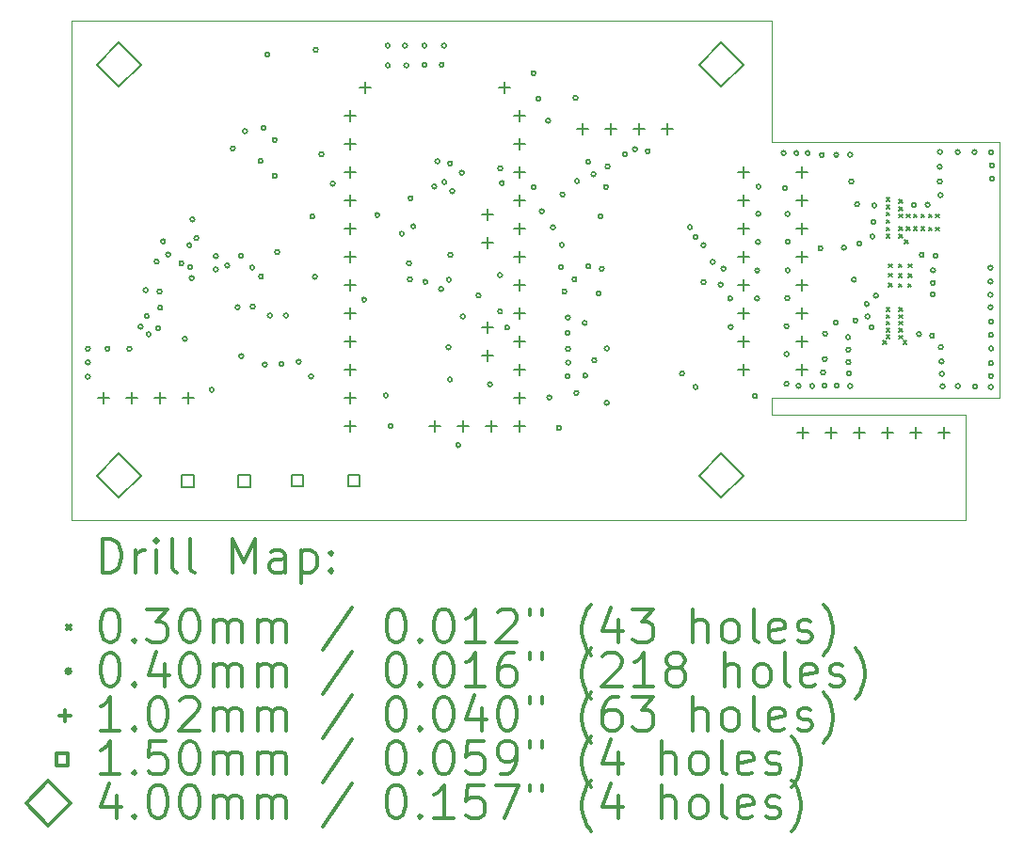
<source format=gbr>
%FSLAX45Y45*%
G04 Gerber Fmt 4.5, Leading zero omitted, Abs format (unit mm)*
G04 Created by KiCad (PCBNEW (5.1.9-0-10_14)) date 2021-06-13 08:52:33*
%MOMM*%
%LPD*%
G01*
G04 APERTURE LIST*
%TA.AperFunction,Profile*%
%ADD10C,0.100000*%
%TD*%
%ADD11C,0.200000*%
%ADD12C,0.300000*%
G04 APERTURE END LIST*
D10*
X16950000Y-12150000D02*
X15200000Y-12150000D01*
X16950000Y-13100000D02*
X16950000Y-12150000D01*
X17250000Y-9700000D02*
X17250000Y-12000000D01*
X15200000Y-12000000D02*
X17250000Y-12000000D01*
X15200000Y-9700000D02*
X17250000Y-9700000D01*
X15200000Y-9700000D02*
X15200000Y-8600000D01*
X15200000Y-12150000D02*
X15200000Y-12000000D01*
X15200000Y-8600000D02*
X8900000Y-8600000D01*
X8900000Y-13100000D02*
X16950000Y-13100000D01*
X8900000Y-8600000D02*
X8900000Y-13100000D01*
D11*
X16202000Y-11485000D02*
X16232000Y-11515000D01*
X16232000Y-11485000D02*
X16202000Y-11515000D01*
X16235000Y-10198000D02*
X16265000Y-10228000D01*
X16265000Y-10198000D02*
X16235000Y-10228000D01*
X16235000Y-10264000D02*
X16265000Y-10294000D01*
X16265000Y-10264000D02*
X16235000Y-10294000D01*
X16235000Y-10330000D02*
X16265000Y-10360000D01*
X16265000Y-10330000D02*
X16235000Y-10360000D01*
X16235000Y-10397000D02*
X16265000Y-10427000D01*
X16265000Y-10397000D02*
X16235000Y-10427000D01*
X16235000Y-10463000D02*
X16265000Y-10493000D01*
X16265000Y-10463000D02*
X16235000Y-10493000D01*
X16235000Y-10529000D02*
X16265000Y-10559000D01*
X16265000Y-10529000D02*
X16235000Y-10559000D01*
X16235000Y-11188000D02*
X16265000Y-11218000D01*
X16265000Y-11188000D02*
X16235000Y-11218000D01*
X16235000Y-11250000D02*
X16265000Y-11280000D01*
X16265000Y-11250000D02*
X16235000Y-11280000D01*
X16235000Y-11312000D02*
X16265000Y-11342000D01*
X16265000Y-11312000D02*
X16235000Y-11342000D01*
X16235000Y-11374000D02*
X16265000Y-11404000D01*
X16265000Y-11374000D02*
X16235000Y-11404000D01*
X16235000Y-11436000D02*
X16265000Y-11466000D01*
X16265000Y-11436000D02*
X16235000Y-11466000D01*
X16253000Y-10794000D02*
X16283000Y-10824000D01*
X16283000Y-10794000D02*
X16253000Y-10824000D01*
X16253000Y-10970000D02*
X16283000Y-11000000D01*
X16283000Y-10970000D02*
X16253000Y-11000000D01*
X16255000Y-10881000D02*
X16285000Y-10911000D01*
X16285000Y-10881000D02*
X16255000Y-10911000D01*
X16343000Y-10793000D02*
X16373000Y-10823000D01*
X16373000Y-10793000D02*
X16343000Y-10823000D01*
X16343000Y-10882000D02*
X16373000Y-10912000D01*
X16373000Y-10882000D02*
X16343000Y-10912000D01*
X16344000Y-10971000D02*
X16374000Y-11001000D01*
X16374000Y-10971000D02*
X16344000Y-11001000D01*
X16349000Y-10214000D02*
X16379000Y-10244000D01*
X16379000Y-10214000D02*
X16349000Y-10244000D01*
X16349000Y-10281000D02*
X16379000Y-10311000D01*
X16379000Y-10281000D02*
X16349000Y-10311000D01*
X16349000Y-10347000D02*
X16379000Y-10377000D01*
X16379000Y-10347000D02*
X16349000Y-10377000D01*
X16349000Y-10462000D02*
X16379000Y-10492000D01*
X16379000Y-10462000D02*
X16349000Y-10492000D01*
X16349000Y-11188000D02*
X16379000Y-11218000D01*
X16379000Y-11188000D02*
X16349000Y-11218000D01*
X16349000Y-11250000D02*
X16379000Y-11280000D01*
X16379000Y-11250000D02*
X16349000Y-11280000D01*
X16349000Y-11312000D02*
X16379000Y-11342000D01*
X16379000Y-11312000D02*
X16349000Y-11342000D01*
X16349000Y-11374000D02*
X16379000Y-11404000D01*
X16379000Y-11374000D02*
X16349000Y-11404000D01*
X16350000Y-10528000D02*
X16380000Y-10558000D01*
X16380000Y-10528000D02*
X16350000Y-10558000D01*
X16350000Y-11437000D02*
X16380000Y-11467000D01*
X16380000Y-11437000D02*
X16350000Y-11467000D01*
X16386000Y-11485000D02*
X16416000Y-11515000D01*
X16416000Y-11485000D02*
X16386000Y-11515000D01*
X16397000Y-10577000D02*
X16427000Y-10607000D01*
X16427000Y-10577000D02*
X16397000Y-10607000D01*
X16415000Y-10347000D02*
X16445000Y-10377000D01*
X16445000Y-10347000D02*
X16415000Y-10377000D01*
X16415000Y-10462000D02*
X16445000Y-10492000D01*
X16445000Y-10462000D02*
X16415000Y-10492000D01*
X16430000Y-10971000D02*
X16460000Y-11001000D01*
X16460000Y-10971000D02*
X16430000Y-11001000D01*
X16431000Y-10883000D02*
X16461000Y-10913000D01*
X16461000Y-10883000D02*
X16431000Y-10913000D01*
X16432000Y-10793000D02*
X16462000Y-10823000D01*
X16462000Y-10793000D02*
X16432000Y-10823000D01*
X16481000Y-10347000D02*
X16511000Y-10377000D01*
X16511000Y-10347000D02*
X16481000Y-10377000D01*
X16481000Y-10462000D02*
X16511000Y-10492000D01*
X16511000Y-10462000D02*
X16481000Y-10492000D01*
X16547000Y-10347000D02*
X16577000Y-10377000D01*
X16577000Y-10347000D02*
X16547000Y-10377000D01*
X16547000Y-10462000D02*
X16577000Y-10492000D01*
X16577000Y-10462000D02*
X16547000Y-10492000D01*
X16613000Y-10347000D02*
X16643000Y-10377000D01*
X16643000Y-10347000D02*
X16613000Y-10377000D01*
X16613000Y-10463000D02*
X16643000Y-10493000D01*
X16643000Y-10463000D02*
X16613000Y-10493000D01*
X16679000Y-10347000D02*
X16709000Y-10377000D01*
X16709000Y-10347000D02*
X16679000Y-10377000D01*
X16679000Y-10463000D02*
X16709000Y-10493000D01*
X16709000Y-10463000D02*
X16679000Y-10493000D01*
X9071000Y-11557700D02*
G75*
G03*
X9071000Y-11557700I-20000J0D01*
G01*
X9071000Y-11681000D02*
G75*
G03*
X9071000Y-11681000I-20000J0D01*
G01*
X9071000Y-11809000D02*
G75*
G03*
X9071000Y-11809000I-20000J0D01*
G01*
X9248000Y-11557700D02*
G75*
G03*
X9248000Y-11557700I-20000J0D01*
G01*
X9444000Y-11557700D02*
G75*
G03*
X9444000Y-11557700I-20000J0D01*
G01*
X9544673Y-11357943D02*
G75*
G03*
X9544673Y-11357943I-20000J0D01*
G01*
X9590299Y-11029808D02*
G75*
G03*
X9590299Y-11029808I-20000J0D01*
G01*
X9600000Y-11264000D02*
G75*
G03*
X9600000Y-11264000I-20000J0D01*
G01*
X9617000Y-11427000D02*
G75*
G03*
X9617000Y-11427000I-20000J0D01*
G01*
X9689000Y-10773000D02*
G75*
G03*
X9689000Y-10773000I-20000J0D01*
G01*
X9703000Y-11374000D02*
G75*
G03*
X9703000Y-11374000I-20000J0D01*
G01*
X9715000Y-11043001D02*
G75*
G03*
X9715000Y-11043001I-20000J0D01*
G01*
X9721798Y-11188002D02*
G75*
G03*
X9721798Y-11188002I-20000J0D01*
G01*
X9747000Y-10591000D02*
G75*
G03*
X9747000Y-10591000I-20000J0D01*
G01*
X9793000Y-10709000D02*
G75*
G03*
X9793000Y-10709000I-20000J0D01*
G01*
X9912093Y-10788137D02*
G75*
G03*
X9912093Y-10788137I-20000J0D01*
G01*
X9944000Y-11469000D02*
G75*
G03*
X9944000Y-11469000I-20000J0D01*
G01*
X9983386Y-10625146D02*
G75*
G03*
X9983386Y-10625146I-20000J0D01*
G01*
X9992000Y-10822000D02*
G75*
G03*
X9992000Y-10822000I-20000J0D01*
G01*
X10006002Y-10921015D02*
G75*
G03*
X10006002Y-10921015I-20000J0D01*
G01*
X10011234Y-10392234D02*
G75*
G03*
X10011234Y-10392234I-20000J0D01*
G01*
X10047609Y-10560923D02*
G75*
G03*
X10047609Y-10560923I-20000J0D01*
G01*
X10185000Y-11927000D02*
G75*
G03*
X10185000Y-11927000I-20000J0D01*
G01*
X10222000Y-10724000D02*
G75*
G03*
X10222000Y-10724000I-20000J0D01*
G01*
X10222000Y-10844000D02*
G75*
G03*
X10222000Y-10844000I-20000J0D01*
G01*
X10324735Y-10808265D02*
G75*
G03*
X10324735Y-10808265I-20000J0D01*
G01*
X10374935Y-9754019D02*
G75*
G03*
X10374935Y-9754019I-20000J0D01*
G01*
X10418000Y-11183000D02*
G75*
G03*
X10418000Y-11183000I-20000J0D01*
G01*
X10447735Y-10722735D02*
G75*
G03*
X10447735Y-10722735I-20000J0D01*
G01*
X10451000Y-11624000D02*
G75*
G03*
X10451000Y-11624000I-20000J0D01*
G01*
X10484000Y-9599000D02*
G75*
G03*
X10484000Y-9599000I-20000J0D01*
G01*
X10548765Y-10827235D02*
G75*
G03*
X10548765Y-10827235I-20000J0D01*
G01*
X10555000Y-11178000D02*
G75*
G03*
X10555000Y-11178000I-20000J0D01*
G01*
X10624000Y-9867000D02*
G75*
G03*
X10624000Y-9867000I-20000J0D01*
G01*
X10628265Y-10906735D02*
G75*
G03*
X10628265Y-10906735I-20000J0D01*
G01*
X10651000Y-9569000D02*
G75*
G03*
X10651000Y-9569000I-20000J0D01*
G01*
X10662000Y-11700000D02*
G75*
G03*
X10662000Y-11700000I-20000J0D01*
G01*
X10684000Y-8908000D02*
G75*
G03*
X10684000Y-8908000I-20000J0D01*
G01*
X10708000Y-11258500D02*
G75*
G03*
X10708000Y-11258500I-20000J0D01*
G01*
X10751000Y-9679000D02*
G75*
G03*
X10751000Y-9679000I-20000J0D01*
G01*
X10751000Y-10001000D02*
G75*
G03*
X10751000Y-10001000I-20000J0D01*
G01*
X10774500Y-10686000D02*
G75*
G03*
X10774500Y-10686000I-20000J0D01*
G01*
X10813000Y-11693000D02*
G75*
G03*
X10813000Y-11693000I-20000J0D01*
G01*
X10853000Y-11258500D02*
G75*
G03*
X10853000Y-11258500I-20000J0D01*
G01*
X10967000Y-11675000D02*
G75*
G03*
X10967000Y-11675000I-20000J0D01*
G01*
X11079000Y-11806000D02*
G75*
G03*
X11079000Y-11806000I-20000J0D01*
G01*
X11089779Y-10366331D02*
G75*
G03*
X11089779Y-10366331I-20000J0D01*
G01*
X11114000Y-10909000D02*
G75*
G03*
X11114000Y-10909000I-20000J0D01*
G01*
X11120000Y-8866000D02*
G75*
G03*
X11120000Y-8866000I-20000J0D01*
G01*
X11171000Y-9806000D02*
G75*
G03*
X11171000Y-9806000I-20000J0D01*
G01*
X11274000Y-10071000D02*
G75*
G03*
X11274000Y-10071000I-20000J0D01*
G01*
X11556000Y-11116000D02*
G75*
G03*
X11556000Y-11116000I-20000J0D01*
G01*
X11675000Y-10354000D02*
G75*
G03*
X11675000Y-10354000I-20000J0D01*
G01*
X11751000Y-11978000D02*
G75*
G03*
X11751000Y-11978000I-20000J0D01*
G01*
X11768000Y-8828500D02*
G75*
G03*
X11768000Y-8828500I-20000J0D01*
G01*
X11770000Y-9006500D02*
G75*
G03*
X11770000Y-9006500I-20000J0D01*
G01*
X11795000Y-12255000D02*
G75*
G03*
X11795000Y-12255000I-20000J0D01*
G01*
X11895000Y-10523000D02*
G75*
G03*
X11895000Y-10523000I-20000J0D01*
G01*
X11923000Y-8828500D02*
G75*
G03*
X11923000Y-8828500I-20000J0D01*
G01*
X11935000Y-9006500D02*
G75*
G03*
X11935000Y-9006500I-20000J0D01*
G01*
X11960000Y-10787500D02*
G75*
G03*
X11960000Y-10787500I-20000J0D01*
G01*
X11967000Y-10932500D02*
G75*
G03*
X11967000Y-10932500I-20000J0D01*
G01*
X11974000Y-10204000D02*
G75*
G03*
X11974000Y-10204000I-20000J0D01*
G01*
X11999000Y-10455000D02*
G75*
G03*
X11999000Y-10455000I-20000J0D01*
G01*
X12099000Y-8828500D02*
G75*
G03*
X12099000Y-8828500I-20000J0D01*
G01*
X12099000Y-9003000D02*
G75*
G03*
X12099000Y-9003000I-20000J0D01*
G01*
X12107000Y-10955000D02*
G75*
G03*
X12107000Y-10955000I-20000J0D01*
G01*
X12187247Y-10097000D02*
G75*
G03*
X12187247Y-10097000I-20000J0D01*
G01*
X12216000Y-9870000D02*
G75*
G03*
X12216000Y-9870000I-20000J0D01*
G01*
X12248225Y-11020225D02*
G75*
G03*
X12248225Y-11020225I-20000J0D01*
G01*
X12254000Y-9001000D02*
G75*
G03*
X12254000Y-9001000I-20000J0D01*
G01*
X12274000Y-8828500D02*
G75*
G03*
X12274000Y-8828500I-20000J0D01*
G01*
X12278000Y-10055000D02*
G75*
G03*
X12278000Y-10055000I-20000J0D01*
G01*
X12315000Y-11544500D02*
G75*
G03*
X12315000Y-11544500I-20000J0D01*
G01*
X12319557Y-10935225D02*
G75*
G03*
X12319557Y-10935225I-20000J0D01*
G01*
X12328000Y-11834000D02*
G75*
G03*
X12328000Y-11834000I-20000J0D01*
G01*
X12330000Y-9890000D02*
G75*
G03*
X12330000Y-9890000I-20000J0D01*
G01*
X12331000Y-10712000D02*
G75*
G03*
X12331000Y-10712000I-20000J0D01*
G01*
X12349000Y-10138000D02*
G75*
G03*
X12349000Y-10138000I-20000J0D01*
G01*
X12403000Y-12425000D02*
G75*
G03*
X12403000Y-12425000I-20000J0D01*
G01*
X12435000Y-9973499D02*
G75*
G03*
X12435000Y-9973499I-20000J0D01*
G01*
X12444000Y-11267000D02*
G75*
G03*
X12444000Y-11267000I-20000J0D01*
G01*
X12584325Y-11077003D02*
G75*
G03*
X12584325Y-11077003I-20000J0D01*
G01*
X12688000Y-11878000D02*
G75*
G03*
X12688000Y-11878000I-20000J0D01*
G01*
X12778000Y-10895000D02*
G75*
G03*
X12778000Y-10895000I-20000J0D01*
G01*
X12779000Y-11221000D02*
G75*
G03*
X12779000Y-11221000I-20000J0D01*
G01*
X12781000Y-9933000D02*
G75*
G03*
X12781000Y-9933000I-20000J0D01*
G01*
X12795000Y-10066000D02*
G75*
G03*
X12795000Y-10066000I-20000J0D01*
G01*
X12842000Y-11366000D02*
G75*
G03*
X12842000Y-11366000I-20000J0D01*
G01*
X13079000Y-9077000D02*
G75*
G03*
X13079000Y-9077000I-20000J0D01*
G01*
X13082500Y-10103000D02*
G75*
G03*
X13082500Y-10103000I-20000J0D01*
G01*
X13123000Y-9305000D02*
G75*
G03*
X13123000Y-9305000I-20000J0D01*
G01*
X13155000Y-10320000D02*
G75*
G03*
X13155000Y-10320000I-20000J0D01*
G01*
X13211000Y-9504361D02*
G75*
G03*
X13211000Y-9504361I-20000J0D01*
G01*
X13222000Y-11996000D02*
G75*
G03*
X13222000Y-11996000I-20000J0D01*
G01*
X13254734Y-10463734D02*
G75*
G03*
X13254734Y-10463734I-20000J0D01*
G01*
X13308000Y-12270000D02*
G75*
G03*
X13308000Y-12270000I-20000J0D01*
G01*
X13327235Y-10824235D02*
G75*
G03*
X13327235Y-10824235I-20000J0D01*
G01*
X13335000Y-10623000D02*
G75*
G03*
X13335000Y-10623000I-20000J0D01*
G01*
X13340500Y-10168896D02*
G75*
G03*
X13340500Y-10168896I-20000J0D01*
G01*
X13358000Y-11042000D02*
G75*
G03*
X13358000Y-11042000I-20000J0D01*
G01*
X13387000Y-11413000D02*
G75*
G03*
X13387000Y-11413000I-20000J0D01*
G01*
X13387000Y-11804000D02*
G75*
G03*
X13387000Y-11804000I-20000J0D01*
G01*
X13389000Y-11277000D02*
G75*
G03*
X13389000Y-11277000I-20000J0D01*
G01*
X13391000Y-11559000D02*
G75*
G03*
X13391000Y-11559000I-20000J0D01*
G01*
X13391000Y-11682000D02*
G75*
G03*
X13391000Y-11682000I-20000J0D01*
G01*
X13448000Y-10932000D02*
G75*
G03*
X13448000Y-10932000I-20000J0D01*
G01*
X13457000Y-9299000D02*
G75*
G03*
X13457000Y-9299000I-20000J0D01*
G01*
X13465000Y-11956000D02*
G75*
G03*
X13465000Y-11956000I-20000J0D01*
G01*
X13472000Y-10048000D02*
G75*
G03*
X13472000Y-10048000I-20000J0D01*
G01*
X13540000Y-11325000D02*
G75*
G03*
X13540000Y-11325000I-20000J0D01*
G01*
X13545000Y-11798000D02*
G75*
G03*
X13545000Y-11798000I-20000J0D01*
G01*
X13571000Y-9876000D02*
G75*
G03*
X13571000Y-9876000I-20000J0D01*
G01*
X13574000Y-10814000D02*
G75*
G03*
X13574000Y-10814000I-20000J0D01*
G01*
X13619000Y-9987000D02*
G75*
G03*
X13619000Y-9987000I-20000J0D01*
G01*
X13626000Y-11661000D02*
G75*
G03*
X13626000Y-11661000I-20000J0D01*
G01*
X13665000Y-11059000D02*
G75*
G03*
X13665000Y-11059000I-20000J0D01*
G01*
X13683000Y-10366000D02*
G75*
G03*
X13683000Y-10366000I-20000J0D01*
G01*
X13694000Y-10838000D02*
G75*
G03*
X13694000Y-10838000I-20000J0D01*
G01*
X13731000Y-10102000D02*
G75*
G03*
X13731000Y-10102000I-20000J0D01*
G01*
X13739000Y-11555000D02*
G75*
G03*
X13739000Y-11555000I-20000J0D01*
G01*
X13739000Y-12044000D02*
G75*
G03*
X13739000Y-12044000I-20000J0D01*
G01*
X13747000Y-9917000D02*
G75*
G03*
X13747000Y-9917000I-20000J0D01*
G01*
X13903000Y-9808000D02*
G75*
G03*
X13903000Y-9808000I-20000J0D01*
G01*
X13993000Y-9761000D02*
G75*
G03*
X13993000Y-9761000I-20000J0D01*
G01*
X14108000Y-9780000D02*
G75*
G03*
X14108000Y-9780000I-20000J0D01*
G01*
X14416000Y-11780000D02*
G75*
G03*
X14416000Y-11780000I-20000J0D01*
G01*
X14487000Y-10463000D02*
G75*
G03*
X14487000Y-10463000I-20000J0D01*
G01*
X14536957Y-10549628D02*
G75*
G03*
X14536957Y-10549628I-20000J0D01*
G01*
X14537000Y-11903000D02*
G75*
G03*
X14537000Y-11903000I-20000J0D01*
G01*
X14609000Y-10624000D02*
G75*
G03*
X14609000Y-10624000I-20000J0D01*
G01*
X14609000Y-10958000D02*
G75*
G03*
X14609000Y-10958000I-20000J0D01*
G01*
X14691500Y-10775500D02*
G75*
G03*
X14691500Y-10775500I-20000J0D01*
G01*
X14764000Y-10980000D02*
G75*
G03*
X14764000Y-10980000I-20000J0D01*
G01*
X14789000Y-10836000D02*
G75*
G03*
X14789000Y-10836000I-20000J0D01*
G01*
X14849000Y-11104000D02*
G75*
G03*
X14849000Y-11104000I-20000J0D01*
G01*
X14853000Y-11362000D02*
G75*
G03*
X14853000Y-11362000I-20000J0D01*
G01*
X15072000Y-11984000D02*
G75*
G03*
X15072000Y-11984000I-20000J0D01*
G01*
X15090000Y-11104000D02*
G75*
G03*
X15090000Y-11104000I-20000J0D01*
G01*
X15092000Y-10852000D02*
G75*
G03*
X15092000Y-10852000I-20000J0D01*
G01*
X15099000Y-10596000D02*
G75*
G03*
X15099000Y-10596000I-20000J0D01*
G01*
X15102000Y-10343000D02*
G75*
G03*
X15102000Y-10343000I-20000J0D01*
G01*
X15104000Y-10099000D02*
G75*
G03*
X15104000Y-10099000I-20000J0D01*
G01*
X15330000Y-9795000D02*
G75*
G03*
X15330000Y-9795000I-20000J0D01*
G01*
X15342000Y-10110000D02*
G75*
G03*
X15342000Y-10110000I-20000J0D01*
G01*
X15356000Y-11355000D02*
G75*
G03*
X15356000Y-11355000I-20000J0D01*
G01*
X15356000Y-11605000D02*
G75*
G03*
X15356000Y-11605000I-20000J0D01*
G01*
X15356000Y-11873000D02*
G75*
G03*
X15356000Y-11873000I-20000J0D01*
G01*
X15363000Y-11101000D02*
G75*
G03*
X15363000Y-11101000I-20000J0D01*
G01*
X15365000Y-10344000D02*
G75*
G03*
X15365000Y-10344000I-20000J0D01*
G01*
X15367000Y-10596000D02*
G75*
G03*
X15367000Y-10596000I-20000J0D01*
G01*
X15367000Y-10852000D02*
G75*
G03*
X15367000Y-10852000I-20000J0D01*
G01*
X15445000Y-9795000D02*
G75*
G03*
X15445000Y-9795000I-20000J0D01*
G01*
X15464000Y-11892000D02*
G75*
G03*
X15464000Y-11892000I-20000J0D01*
G01*
X15546000Y-9795000D02*
G75*
G03*
X15546000Y-9795000I-20000J0D01*
G01*
X15587000Y-11892000D02*
G75*
G03*
X15587000Y-11892000I-20000J0D01*
G01*
X15661000Y-10653000D02*
G75*
G03*
X15661000Y-10653000I-20000J0D01*
G01*
X15674000Y-9814000D02*
G75*
G03*
X15674000Y-9814000I-20000J0D01*
G01*
X15684000Y-11770000D02*
G75*
G03*
X15684000Y-11770000I-20000J0D01*
G01*
X15697000Y-11889000D02*
G75*
G03*
X15697000Y-11889000I-20000J0D01*
G01*
X15699885Y-11650885D02*
G75*
G03*
X15699885Y-11650885I-20000J0D01*
G01*
X15703000Y-11422000D02*
G75*
G03*
X15703000Y-11422000I-20000J0D01*
G01*
X15800000Y-11321000D02*
G75*
G03*
X15800000Y-11321000I-20000J0D01*
G01*
X15803000Y-9811000D02*
G75*
G03*
X15803000Y-9811000I-20000J0D01*
G01*
X15806000Y-11889000D02*
G75*
G03*
X15806000Y-11889000I-20000J0D01*
G01*
X15872000Y-10648000D02*
G75*
G03*
X15872000Y-10648000I-20000J0D01*
G01*
X15910000Y-11453000D02*
G75*
G03*
X15910000Y-11453000I-20000J0D01*
G01*
X15912000Y-11566000D02*
G75*
G03*
X15912000Y-11566000I-20000J0D01*
G01*
X15912000Y-11678000D02*
G75*
G03*
X15912000Y-11678000I-20000J0D01*
G01*
X15918000Y-11777000D02*
G75*
G03*
X15918000Y-11777000I-20000J0D01*
G01*
X15928000Y-9811000D02*
G75*
G03*
X15928000Y-9811000I-20000J0D01*
G01*
X15928000Y-11893000D02*
G75*
G03*
X15928000Y-11893000I-20000J0D01*
G01*
X15938000Y-10052000D02*
G75*
G03*
X15938000Y-10052000I-20000J0D01*
G01*
X15961764Y-10934764D02*
G75*
G03*
X15961764Y-10934764I-20000J0D01*
G01*
X15975000Y-11303000D02*
G75*
G03*
X15975000Y-11303000I-20000J0D01*
G01*
X15991000Y-10256000D02*
G75*
G03*
X15991000Y-10256000I-20000J0D01*
G01*
X16010000Y-10609000D02*
G75*
G03*
X16010000Y-10609000I-20000J0D01*
G01*
X16077000Y-11155000D02*
G75*
G03*
X16077000Y-11155000I-20000J0D01*
G01*
X16085000Y-11267500D02*
G75*
G03*
X16085000Y-11267500I-20000J0D01*
G01*
X16120959Y-11365856D02*
G75*
G03*
X16120959Y-11365856I-20000J0D01*
G01*
X16128000Y-10548000D02*
G75*
G03*
X16128000Y-10548000I-20000J0D01*
G01*
X16137000Y-10414000D02*
G75*
G03*
X16137000Y-10414000I-20000J0D01*
G01*
X16146000Y-10267000D02*
G75*
G03*
X16146000Y-10267000I-20000J0D01*
G01*
X16160000Y-11080000D02*
G75*
G03*
X16160000Y-11080000I-20000J0D01*
G01*
X16503000Y-10263000D02*
G75*
G03*
X16503000Y-10263000I-20000J0D01*
G01*
X16548000Y-11427000D02*
G75*
G03*
X16548000Y-11427000I-20000J0D01*
G01*
X16572000Y-10712000D02*
G75*
G03*
X16572000Y-10712000I-20000J0D01*
G01*
X16625000Y-10260000D02*
G75*
G03*
X16625000Y-10260000I-20000J0D01*
G01*
X16665000Y-11440000D02*
G75*
G03*
X16665000Y-11440000I-20000J0D01*
G01*
X16671994Y-11066383D02*
G75*
G03*
X16671994Y-11066383I-20000J0D01*
G01*
X16673000Y-10851000D02*
G75*
G03*
X16673000Y-10851000I-20000J0D01*
G01*
X16673000Y-10965000D02*
G75*
G03*
X16673000Y-10965000I-20000J0D01*
G01*
X16697000Y-10722000D02*
G75*
G03*
X16697000Y-10722000I-20000J0D01*
G01*
X16734000Y-9920000D02*
G75*
G03*
X16734000Y-9920000I-20000J0D01*
G01*
X16734000Y-10052000D02*
G75*
G03*
X16734000Y-10052000I-20000J0D01*
G01*
X16737000Y-9786000D02*
G75*
G03*
X16737000Y-9786000I-20000J0D01*
G01*
X16741000Y-10174000D02*
G75*
G03*
X16741000Y-10174000I-20000J0D01*
G01*
X16744000Y-11543000D02*
G75*
G03*
X16744000Y-11543000I-20000J0D01*
G01*
X16750000Y-11671000D02*
G75*
G03*
X16750000Y-11671000I-20000J0D01*
G01*
X16754000Y-11784000D02*
G75*
G03*
X16754000Y-11784000I-20000J0D01*
G01*
X16760000Y-11896000D02*
G75*
G03*
X16760000Y-11896000I-20000J0D01*
G01*
X16896000Y-9786000D02*
G75*
G03*
X16896000Y-9786000I-20000J0D01*
G01*
X16898000Y-11894000D02*
G75*
G03*
X16898000Y-11894000I-20000J0D01*
G01*
X17047000Y-9787000D02*
G75*
G03*
X17047000Y-9787000I-20000J0D01*
G01*
X17052000Y-11898000D02*
G75*
G03*
X17052000Y-11898000I-20000J0D01*
G01*
X17189573Y-11071306D02*
G75*
G03*
X17189573Y-11071306I-20000J0D01*
G01*
X17191000Y-11184000D02*
G75*
G03*
X17191000Y-11184000I-20000J0D01*
G01*
X17191000Y-10827000D02*
G75*
G03*
X17191000Y-10827000I-20000J0D01*
G01*
X17191000Y-10953000D02*
G75*
G03*
X17191000Y-10953000I-20000J0D01*
G01*
X17194000Y-11433000D02*
G75*
G03*
X17194000Y-11433000I-20000J0D01*
G01*
X17194000Y-11687000D02*
G75*
G03*
X17194000Y-11687000I-20000J0D01*
G01*
X17194000Y-11803000D02*
G75*
G03*
X17194000Y-11803000I-20000J0D01*
G01*
X17194000Y-11902000D02*
G75*
G03*
X17194000Y-11902000I-20000J0D01*
G01*
X17196000Y-9788000D02*
G75*
G03*
X17196000Y-9788000I-20000J0D01*
G01*
X17197000Y-11314000D02*
G75*
G03*
X17197000Y-11314000I-20000J0D01*
G01*
X17197000Y-11555000D02*
G75*
G03*
X17197000Y-11555000I-20000J0D01*
G01*
X17203000Y-9907000D02*
G75*
G03*
X17203000Y-9907000I-20000J0D01*
G01*
X17206000Y-10026000D02*
G75*
G03*
X17206000Y-10026000I-20000J0D01*
G01*
X9195000Y-11950200D02*
X9195000Y-12051800D01*
X9144200Y-12001000D02*
X9245800Y-12001000D01*
X9449000Y-11950200D02*
X9449000Y-12051800D01*
X9398200Y-12001000D02*
X9499800Y-12001000D01*
X9703000Y-11950200D02*
X9703000Y-12051800D01*
X9652200Y-12001000D02*
X9753800Y-12001000D01*
X9957000Y-11950200D02*
X9957000Y-12051800D01*
X9906200Y-12001000D02*
X10007800Y-12001000D01*
X11409510Y-9663740D02*
X11409510Y-9765340D01*
X11358710Y-9714540D02*
X11460310Y-9714540D01*
X11409510Y-9917740D02*
X11409510Y-10019340D01*
X11358710Y-9968540D02*
X11460310Y-9968540D01*
X11409510Y-10171740D02*
X11409510Y-10273340D01*
X11358710Y-10222540D02*
X11460310Y-10222540D01*
X11409510Y-10425740D02*
X11409510Y-10527340D01*
X11358710Y-10476540D02*
X11460310Y-10476540D01*
X11409510Y-10679740D02*
X11409510Y-10781340D01*
X11358710Y-10730540D02*
X11460310Y-10730540D01*
X11409510Y-10933740D02*
X11409510Y-11035340D01*
X11358710Y-10984540D02*
X11460310Y-10984540D01*
X11409510Y-11187740D02*
X11409510Y-11289340D01*
X11358710Y-11238540D02*
X11460310Y-11238540D01*
X11409510Y-11441740D02*
X11409510Y-11543340D01*
X11358710Y-11492540D02*
X11460310Y-11492540D01*
X11409510Y-11695740D02*
X11409510Y-11797340D01*
X11358710Y-11746540D02*
X11460310Y-11746540D01*
X11409510Y-11947200D02*
X11409510Y-12048800D01*
X11358710Y-11998000D02*
X11460310Y-11998000D01*
X11409510Y-12201200D02*
X11409510Y-12302800D01*
X11358710Y-12252000D02*
X11460310Y-12252000D01*
X11410000Y-9409740D02*
X11410000Y-9511340D01*
X11359200Y-9460540D02*
X11460800Y-9460540D01*
X11542685Y-9155715D02*
X11542685Y-9257315D01*
X11491885Y-9206515D02*
X11593485Y-9206515D01*
X12172000Y-12201200D02*
X12172000Y-12302800D01*
X12121200Y-12252000D02*
X12222800Y-12252000D01*
X12427000Y-12201200D02*
X12427000Y-12302800D01*
X12376200Y-12252000D02*
X12477800Y-12252000D01*
X12643000Y-10296200D02*
X12643000Y-10397800D01*
X12592200Y-10347000D02*
X12693800Y-10347000D01*
X12643000Y-10550200D02*
X12643000Y-10651800D01*
X12592200Y-10601000D02*
X12693800Y-10601000D01*
X12643000Y-11312200D02*
X12643000Y-11413800D01*
X12592200Y-11363000D02*
X12693800Y-11363000D01*
X12643000Y-11566200D02*
X12643000Y-11667800D01*
X12592200Y-11617000D02*
X12693800Y-11617000D01*
X12681000Y-12201200D02*
X12681000Y-12302800D01*
X12630200Y-12252000D02*
X12731800Y-12252000D01*
X12801285Y-9155715D02*
X12801285Y-9257315D01*
X12750485Y-9206515D02*
X12852085Y-9206515D01*
X12934000Y-9407200D02*
X12934000Y-9508800D01*
X12883200Y-9458000D02*
X12984800Y-9458000D01*
X12935000Y-9661200D02*
X12935000Y-9762800D01*
X12884200Y-9712000D02*
X12985800Y-9712000D01*
X12935000Y-9915200D02*
X12935000Y-10016800D01*
X12884200Y-9966000D02*
X12985800Y-9966000D01*
X12935000Y-10169200D02*
X12935000Y-10270800D01*
X12884200Y-10220000D02*
X12985800Y-10220000D01*
X12935000Y-10423200D02*
X12935000Y-10524800D01*
X12884200Y-10474000D02*
X12985800Y-10474000D01*
X12935000Y-10677200D02*
X12935000Y-10778800D01*
X12884200Y-10728000D02*
X12985800Y-10728000D01*
X12935000Y-10931200D02*
X12935000Y-11032800D01*
X12884200Y-10982000D02*
X12985800Y-10982000D01*
X12935000Y-11185200D02*
X12935000Y-11286800D01*
X12884200Y-11236000D02*
X12985800Y-11236000D01*
X12935000Y-11439200D02*
X12935000Y-11540800D01*
X12884200Y-11490000D02*
X12985800Y-11490000D01*
X12935000Y-11693200D02*
X12935000Y-11794800D01*
X12884200Y-11744000D02*
X12985800Y-11744000D01*
X12935000Y-11947200D02*
X12935000Y-12048800D01*
X12884200Y-11998000D02*
X12985800Y-11998000D01*
X12935000Y-12201200D02*
X12935000Y-12302800D01*
X12884200Y-12252000D02*
X12985800Y-12252000D01*
X13502000Y-9530200D02*
X13502000Y-9631800D01*
X13451200Y-9581000D02*
X13552800Y-9581000D01*
X13756000Y-9530200D02*
X13756000Y-9631800D01*
X13705200Y-9581000D02*
X13806800Y-9581000D01*
X14010000Y-9530200D02*
X14010000Y-9631800D01*
X13959200Y-9581000D02*
X14060800Y-9581000D01*
X14264000Y-9530200D02*
X14264000Y-9631800D01*
X14213200Y-9581000D02*
X14314800Y-9581000D01*
X14952000Y-9913200D02*
X14952000Y-10014800D01*
X14901200Y-9964000D02*
X15002800Y-9964000D01*
X14952000Y-10167200D02*
X14952000Y-10268800D01*
X14901200Y-10218000D02*
X15002800Y-10218000D01*
X14952000Y-10421200D02*
X14952000Y-10522800D01*
X14901200Y-10472000D02*
X15002800Y-10472000D01*
X14952000Y-10675200D02*
X14952000Y-10776800D01*
X14901200Y-10726000D02*
X15002800Y-10726000D01*
X14952000Y-10929200D02*
X14952000Y-11030800D01*
X14901200Y-10980000D02*
X15002800Y-10980000D01*
X14952000Y-11183200D02*
X14952000Y-11284800D01*
X14901200Y-11234000D02*
X15002800Y-11234000D01*
X14952000Y-11437200D02*
X14952000Y-11538800D01*
X14901200Y-11488000D02*
X15002800Y-11488000D01*
X14952000Y-11691200D02*
X14952000Y-11792800D01*
X14901200Y-11742000D02*
X15002800Y-11742000D01*
X15471000Y-9913200D02*
X15471000Y-10014800D01*
X15420200Y-9964000D02*
X15521800Y-9964000D01*
X15471000Y-10167200D02*
X15471000Y-10268800D01*
X15420200Y-10218000D02*
X15521800Y-10218000D01*
X15471000Y-10421200D02*
X15471000Y-10522800D01*
X15420200Y-10472000D02*
X15521800Y-10472000D01*
X15471000Y-10675200D02*
X15471000Y-10776800D01*
X15420200Y-10726000D02*
X15521800Y-10726000D01*
X15471000Y-10929200D02*
X15471000Y-11030800D01*
X15420200Y-10980000D02*
X15521800Y-10980000D01*
X15471000Y-11183200D02*
X15471000Y-11284800D01*
X15420200Y-11234000D02*
X15521800Y-11234000D01*
X15471000Y-11437200D02*
X15471000Y-11538800D01*
X15420200Y-11488000D02*
X15521800Y-11488000D01*
X15471000Y-11691200D02*
X15471000Y-11792800D01*
X15420200Y-11742000D02*
X15521800Y-11742000D01*
X15486000Y-12264200D02*
X15486000Y-12365800D01*
X15435200Y-12315000D02*
X15536800Y-12315000D01*
X15740000Y-12264200D02*
X15740000Y-12365800D01*
X15689200Y-12315000D02*
X15790800Y-12315000D01*
X15994000Y-12264200D02*
X15994000Y-12365800D01*
X15943200Y-12315000D02*
X16044800Y-12315000D01*
X16248000Y-12264200D02*
X16248000Y-12365800D01*
X16197200Y-12315000D02*
X16298800Y-12315000D01*
X16502000Y-12264200D02*
X16502000Y-12365800D01*
X16451200Y-12315000D02*
X16552800Y-12315000D01*
X16756000Y-12264200D02*
X16756000Y-12365800D01*
X16705200Y-12315000D02*
X16806800Y-12315000D01*
X10003074Y-12803074D02*
X10003074Y-12696926D01*
X9896926Y-12696926D01*
X9896926Y-12803074D01*
X10003074Y-12803074D01*
X10511074Y-12803074D02*
X10511074Y-12696926D01*
X10404926Y-12696926D01*
X10404926Y-12803074D01*
X10511074Y-12803074D01*
X10988074Y-12798074D02*
X10988074Y-12691926D01*
X10881926Y-12691926D01*
X10881926Y-12798074D01*
X10988074Y-12798074D01*
X11496074Y-12798074D02*
X11496074Y-12691926D01*
X11389926Y-12691926D01*
X11389926Y-12798074D01*
X11496074Y-12798074D01*
X9330000Y-9200000D02*
X9530000Y-9000000D01*
X9330000Y-8800000D01*
X9130000Y-9000000D01*
X9330000Y-9200000D01*
X9330000Y-12900000D02*
X9530000Y-12700000D01*
X9330000Y-12500000D01*
X9130000Y-12700000D01*
X9330000Y-12900000D01*
X14750000Y-9200000D02*
X14950000Y-9000000D01*
X14750000Y-8800000D01*
X14550000Y-9000000D01*
X14750000Y-9200000D01*
X14750000Y-12900000D02*
X14950000Y-12700000D01*
X14750000Y-12500000D01*
X14550000Y-12700000D01*
X14750000Y-12900000D01*
D12*
X9181428Y-13570714D02*
X9181428Y-13270714D01*
X9252857Y-13270714D01*
X9295714Y-13285000D01*
X9324286Y-13313571D01*
X9338571Y-13342143D01*
X9352857Y-13399286D01*
X9352857Y-13442143D01*
X9338571Y-13499286D01*
X9324286Y-13527857D01*
X9295714Y-13556429D01*
X9252857Y-13570714D01*
X9181428Y-13570714D01*
X9481428Y-13570714D02*
X9481428Y-13370714D01*
X9481428Y-13427857D02*
X9495714Y-13399286D01*
X9510000Y-13385000D01*
X9538571Y-13370714D01*
X9567143Y-13370714D01*
X9667143Y-13570714D02*
X9667143Y-13370714D01*
X9667143Y-13270714D02*
X9652857Y-13285000D01*
X9667143Y-13299286D01*
X9681428Y-13285000D01*
X9667143Y-13270714D01*
X9667143Y-13299286D01*
X9852857Y-13570714D02*
X9824286Y-13556429D01*
X9810000Y-13527857D01*
X9810000Y-13270714D01*
X10010000Y-13570714D02*
X9981428Y-13556429D01*
X9967143Y-13527857D01*
X9967143Y-13270714D01*
X10352857Y-13570714D02*
X10352857Y-13270714D01*
X10452857Y-13485000D01*
X10552857Y-13270714D01*
X10552857Y-13570714D01*
X10824286Y-13570714D02*
X10824286Y-13413571D01*
X10810000Y-13385000D01*
X10781428Y-13370714D01*
X10724286Y-13370714D01*
X10695714Y-13385000D01*
X10824286Y-13556429D02*
X10795714Y-13570714D01*
X10724286Y-13570714D01*
X10695714Y-13556429D01*
X10681428Y-13527857D01*
X10681428Y-13499286D01*
X10695714Y-13470714D01*
X10724286Y-13456429D01*
X10795714Y-13456429D01*
X10824286Y-13442143D01*
X10967143Y-13370714D02*
X10967143Y-13670714D01*
X10967143Y-13385000D02*
X10995714Y-13370714D01*
X11052857Y-13370714D01*
X11081428Y-13385000D01*
X11095714Y-13399286D01*
X11110000Y-13427857D01*
X11110000Y-13513571D01*
X11095714Y-13542143D01*
X11081428Y-13556429D01*
X11052857Y-13570714D01*
X10995714Y-13570714D01*
X10967143Y-13556429D01*
X11238571Y-13542143D02*
X11252857Y-13556429D01*
X11238571Y-13570714D01*
X11224286Y-13556429D01*
X11238571Y-13542143D01*
X11238571Y-13570714D01*
X11238571Y-13385000D02*
X11252857Y-13399286D01*
X11238571Y-13413571D01*
X11224286Y-13399286D01*
X11238571Y-13385000D01*
X11238571Y-13413571D01*
X8865000Y-14050000D02*
X8895000Y-14080000D01*
X8895000Y-14050000D02*
X8865000Y-14080000D01*
X9238571Y-13900714D02*
X9267143Y-13900714D01*
X9295714Y-13915000D01*
X9310000Y-13929286D01*
X9324286Y-13957857D01*
X9338571Y-14015000D01*
X9338571Y-14086429D01*
X9324286Y-14143571D01*
X9310000Y-14172143D01*
X9295714Y-14186429D01*
X9267143Y-14200714D01*
X9238571Y-14200714D01*
X9210000Y-14186429D01*
X9195714Y-14172143D01*
X9181428Y-14143571D01*
X9167143Y-14086429D01*
X9167143Y-14015000D01*
X9181428Y-13957857D01*
X9195714Y-13929286D01*
X9210000Y-13915000D01*
X9238571Y-13900714D01*
X9467143Y-14172143D02*
X9481428Y-14186429D01*
X9467143Y-14200714D01*
X9452857Y-14186429D01*
X9467143Y-14172143D01*
X9467143Y-14200714D01*
X9581428Y-13900714D02*
X9767143Y-13900714D01*
X9667143Y-14015000D01*
X9710000Y-14015000D01*
X9738571Y-14029286D01*
X9752857Y-14043571D01*
X9767143Y-14072143D01*
X9767143Y-14143571D01*
X9752857Y-14172143D01*
X9738571Y-14186429D01*
X9710000Y-14200714D01*
X9624286Y-14200714D01*
X9595714Y-14186429D01*
X9581428Y-14172143D01*
X9952857Y-13900714D02*
X9981428Y-13900714D01*
X10010000Y-13915000D01*
X10024286Y-13929286D01*
X10038571Y-13957857D01*
X10052857Y-14015000D01*
X10052857Y-14086429D01*
X10038571Y-14143571D01*
X10024286Y-14172143D01*
X10010000Y-14186429D01*
X9981428Y-14200714D01*
X9952857Y-14200714D01*
X9924286Y-14186429D01*
X9910000Y-14172143D01*
X9895714Y-14143571D01*
X9881428Y-14086429D01*
X9881428Y-14015000D01*
X9895714Y-13957857D01*
X9910000Y-13929286D01*
X9924286Y-13915000D01*
X9952857Y-13900714D01*
X10181428Y-14200714D02*
X10181428Y-14000714D01*
X10181428Y-14029286D02*
X10195714Y-14015000D01*
X10224286Y-14000714D01*
X10267143Y-14000714D01*
X10295714Y-14015000D01*
X10310000Y-14043571D01*
X10310000Y-14200714D01*
X10310000Y-14043571D02*
X10324286Y-14015000D01*
X10352857Y-14000714D01*
X10395714Y-14000714D01*
X10424286Y-14015000D01*
X10438571Y-14043571D01*
X10438571Y-14200714D01*
X10581428Y-14200714D02*
X10581428Y-14000714D01*
X10581428Y-14029286D02*
X10595714Y-14015000D01*
X10624286Y-14000714D01*
X10667143Y-14000714D01*
X10695714Y-14015000D01*
X10710000Y-14043571D01*
X10710000Y-14200714D01*
X10710000Y-14043571D02*
X10724286Y-14015000D01*
X10752857Y-14000714D01*
X10795714Y-14000714D01*
X10824286Y-14015000D01*
X10838571Y-14043571D01*
X10838571Y-14200714D01*
X11424286Y-13886429D02*
X11167143Y-14272143D01*
X11810000Y-13900714D02*
X11838571Y-13900714D01*
X11867143Y-13915000D01*
X11881428Y-13929286D01*
X11895714Y-13957857D01*
X11910000Y-14015000D01*
X11910000Y-14086429D01*
X11895714Y-14143571D01*
X11881428Y-14172143D01*
X11867143Y-14186429D01*
X11838571Y-14200714D01*
X11810000Y-14200714D01*
X11781428Y-14186429D01*
X11767143Y-14172143D01*
X11752857Y-14143571D01*
X11738571Y-14086429D01*
X11738571Y-14015000D01*
X11752857Y-13957857D01*
X11767143Y-13929286D01*
X11781428Y-13915000D01*
X11810000Y-13900714D01*
X12038571Y-14172143D02*
X12052857Y-14186429D01*
X12038571Y-14200714D01*
X12024286Y-14186429D01*
X12038571Y-14172143D01*
X12038571Y-14200714D01*
X12238571Y-13900714D02*
X12267143Y-13900714D01*
X12295714Y-13915000D01*
X12310000Y-13929286D01*
X12324286Y-13957857D01*
X12338571Y-14015000D01*
X12338571Y-14086429D01*
X12324286Y-14143571D01*
X12310000Y-14172143D01*
X12295714Y-14186429D01*
X12267143Y-14200714D01*
X12238571Y-14200714D01*
X12210000Y-14186429D01*
X12195714Y-14172143D01*
X12181428Y-14143571D01*
X12167143Y-14086429D01*
X12167143Y-14015000D01*
X12181428Y-13957857D01*
X12195714Y-13929286D01*
X12210000Y-13915000D01*
X12238571Y-13900714D01*
X12624286Y-14200714D02*
X12452857Y-14200714D01*
X12538571Y-14200714D02*
X12538571Y-13900714D01*
X12510000Y-13943571D01*
X12481428Y-13972143D01*
X12452857Y-13986429D01*
X12738571Y-13929286D02*
X12752857Y-13915000D01*
X12781428Y-13900714D01*
X12852857Y-13900714D01*
X12881428Y-13915000D01*
X12895714Y-13929286D01*
X12910000Y-13957857D01*
X12910000Y-13986429D01*
X12895714Y-14029286D01*
X12724286Y-14200714D01*
X12910000Y-14200714D01*
X13024286Y-13900714D02*
X13024286Y-13957857D01*
X13138571Y-13900714D02*
X13138571Y-13957857D01*
X13581428Y-14315000D02*
X13567143Y-14300714D01*
X13538571Y-14257857D01*
X13524286Y-14229286D01*
X13510000Y-14186429D01*
X13495714Y-14115000D01*
X13495714Y-14057857D01*
X13510000Y-13986429D01*
X13524286Y-13943571D01*
X13538571Y-13915000D01*
X13567143Y-13872143D01*
X13581428Y-13857857D01*
X13824286Y-14000714D02*
X13824286Y-14200714D01*
X13752857Y-13886429D02*
X13681428Y-14100714D01*
X13867143Y-14100714D01*
X13952857Y-13900714D02*
X14138571Y-13900714D01*
X14038571Y-14015000D01*
X14081428Y-14015000D01*
X14110000Y-14029286D01*
X14124286Y-14043571D01*
X14138571Y-14072143D01*
X14138571Y-14143571D01*
X14124286Y-14172143D01*
X14110000Y-14186429D01*
X14081428Y-14200714D01*
X13995714Y-14200714D01*
X13967143Y-14186429D01*
X13952857Y-14172143D01*
X14495714Y-14200714D02*
X14495714Y-13900714D01*
X14624286Y-14200714D02*
X14624286Y-14043571D01*
X14610000Y-14015000D01*
X14581428Y-14000714D01*
X14538571Y-14000714D01*
X14510000Y-14015000D01*
X14495714Y-14029286D01*
X14810000Y-14200714D02*
X14781428Y-14186429D01*
X14767143Y-14172143D01*
X14752857Y-14143571D01*
X14752857Y-14057857D01*
X14767143Y-14029286D01*
X14781428Y-14015000D01*
X14810000Y-14000714D01*
X14852857Y-14000714D01*
X14881428Y-14015000D01*
X14895714Y-14029286D01*
X14910000Y-14057857D01*
X14910000Y-14143571D01*
X14895714Y-14172143D01*
X14881428Y-14186429D01*
X14852857Y-14200714D01*
X14810000Y-14200714D01*
X15081428Y-14200714D02*
X15052857Y-14186429D01*
X15038571Y-14157857D01*
X15038571Y-13900714D01*
X15310000Y-14186429D02*
X15281428Y-14200714D01*
X15224286Y-14200714D01*
X15195714Y-14186429D01*
X15181428Y-14157857D01*
X15181428Y-14043571D01*
X15195714Y-14015000D01*
X15224286Y-14000714D01*
X15281428Y-14000714D01*
X15310000Y-14015000D01*
X15324286Y-14043571D01*
X15324286Y-14072143D01*
X15181428Y-14100714D01*
X15438571Y-14186429D02*
X15467143Y-14200714D01*
X15524286Y-14200714D01*
X15552857Y-14186429D01*
X15567143Y-14157857D01*
X15567143Y-14143571D01*
X15552857Y-14115000D01*
X15524286Y-14100714D01*
X15481428Y-14100714D01*
X15452857Y-14086429D01*
X15438571Y-14057857D01*
X15438571Y-14043571D01*
X15452857Y-14015000D01*
X15481428Y-14000714D01*
X15524286Y-14000714D01*
X15552857Y-14015000D01*
X15667143Y-14315000D02*
X15681428Y-14300714D01*
X15710000Y-14257857D01*
X15724286Y-14229286D01*
X15738571Y-14186429D01*
X15752857Y-14115000D01*
X15752857Y-14057857D01*
X15738571Y-13986429D01*
X15724286Y-13943571D01*
X15710000Y-13915000D01*
X15681428Y-13872143D01*
X15667143Y-13857857D01*
X8895000Y-14461000D02*
G75*
G03*
X8895000Y-14461000I-20000J0D01*
G01*
X9238571Y-14296714D02*
X9267143Y-14296714D01*
X9295714Y-14311000D01*
X9310000Y-14325286D01*
X9324286Y-14353857D01*
X9338571Y-14411000D01*
X9338571Y-14482429D01*
X9324286Y-14539571D01*
X9310000Y-14568143D01*
X9295714Y-14582429D01*
X9267143Y-14596714D01*
X9238571Y-14596714D01*
X9210000Y-14582429D01*
X9195714Y-14568143D01*
X9181428Y-14539571D01*
X9167143Y-14482429D01*
X9167143Y-14411000D01*
X9181428Y-14353857D01*
X9195714Y-14325286D01*
X9210000Y-14311000D01*
X9238571Y-14296714D01*
X9467143Y-14568143D02*
X9481428Y-14582429D01*
X9467143Y-14596714D01*
X9452857Y-14582429D01*
X9467143Y-14568143D01*
X9467143Y-14596714D01*
X9738571Y-14396714D02*
X9738571Y-14596714D01*
X9667143Y-14282429D02*
X9595714Y-14496714D01*
X9781428Y-14496714D01*
X9952857Y-14296714D02*
X9981428Y-14296714D01*
X10010000Y-14311000D01*
X10024286Y-14325286D01*
X10038571Y-14353857D01*
X10052857Y-14411000D01*
X10052857Y-14482429D01*
X10038571Y-14539571D01*
X10024286Y-14568143D01*
X10010000Y-14582429D01*
X9981428Y-14596714D01*
X9952857Y-14596714D01*
X9924286Y-14582429D01*
X9910000Y-14568143D01*
X9895714Y-14539571D01*
X9881428Y-14482429D01*
X9881428Y-14411000D01*
X9895714Y-14353857D01*
X9910000Y-14325286D01*
X9924286Y-14311000D01*
X9952857Y-14296714D01*
X10181428Y-14596714D02*
X10181428Y-14396714D01*
X10181428Y-14425286D02*
X10195714Y-14411000D01*
X10224286Y-14396714D01*
X10267143Y-14396714D01*
X10295714Y-14411000D01*
X10310000Y-14439571D01*
X10310000Y-14596714D01*
X10310000Y-14439571D02*
X10324286Y-14411000D01*
X10352857Y-14396714D01*
X10395714Y-14396714D01*
X10424286Y-14411000D01*
X10438571Y-14439571D01*
X10438571Y-14596714D01*
X10581428Y-14596714D02*
X10581428Y-14396714D01*
X10581428Y-14425286D02*
X10595714Y-14411000D01*
X10624286Y-14396714D01*
X10667143Y-14396714D01*
X10695714Y-14411000D01*
X10710000Y-14439571D01*
X10710000Y-14596714D01*
X10710000Y-14439571D02*
X10724286Y-14411000D01*
X10752857Y-14396714D01*
X10795714Y-14396714D01*
X10824286Y-14411000D01*
X10838571Y-14439571D01*
X10838571Y-14596714D01*
X11424286Y-14282429D02*
X11167143Y-14668143D01*
X11810000Y-14296714D02*
X11838571Y-14296714D01*
X11867143Y-14311000D01*
X11881428Y-14325286D01*
X11895714Y-14353857D01*
X11910000Y-14411000D01*
X11910000Y-14482429D01*
X11895714Y-14539571D01*
X11881428Y-14568143D01*
X11867143Y-14582429D01*
X11838571Y-14596714D01*
X11810000Y-14596714D01*
X11781428Y-14582429D01*
X11767143Y-14568143D01*
X11752857Y-14539571D01*
X11738571Y-14482429D01*
X11738571Y-14411000D01*
X11752857Y-14353857D01*
X11767143Y-14325286D01*
X11781428Y-14311000D01*
X11810000Y-14296714D01*
X12038571Y-14568143D02*
X12052857Y-14582429D01*
X12038571Y-14596714D01*
X12024286Y-14582429D01*
X12038571Y-14568143D01*
X12038571Y-14596714D01*
X12238571Y-14296714D02*
X12267143Y-14296714D01*
X12295714Y-14311000D01*
X12310000Y-14325286D01*
X12324286Y-14353857D01*
X12338571Y-14411000D01*
X12338571Y-14482429D01*
X12324286Y-14539571D01*
X12310000Y-14568143D01*
X12295714Y-14582429D01*
X12267143Y-14596714D01*
X12238571Y-14596714D01*
X12210000Y-14582429D01*
X12195714Y-14568143D01*
X12181428Y-14539571D01*
X12167143Y-14482429D01*
X12167143Y-14411000D01*
X12181428Y-14353857D01*
X12195714Y-14325286D01*
X12210000Y-14311000D01*
X12238571Y-14296714D01*
X12624286Y-14596714D02*
X12452857Y-14596714D01*
X12538571Y-14596714D02*
X12538571Y-14296714D01*
X12510000Y-14339571D01*
X12481428Y-14368143D01*
X12452857Y-14382429D01*
X12881428Y-14296714D02*
X12824286Y-14296714D01*
X12795714Y-14311000D01*
X12781428Y-14325286D01*
X12752857Y-14368143D01*
X12738571Y-14425286D01*
X12738571Y-14539571D01*
X12752857Y-14568143D01*
X12767143Y-14582429D01*
X12795714Y-14596714D01*
X12852857Y-14596714D01*
X12881428Y-14582429D01*
X12895714Y-14568143D01*
X12910000Y-14539571D01*
X12910000Y-14468143D01*
X12895714Y-14439571D01*
X12881428Y-14425286D01*
X12852857Y-14411000D01*
X12795714Y-14411000D01*
X12767143Y-14425286D01*
X12752857Y-14439571D01*
X12738571Y-14468143D01*
X13024286Y-14296714D02*
X13024286Y-14353857D01*
X13138571Y-14296714D02*
X13138571Y-14353857D01*
X13581428Y-14711000D02*
X13567143Y-14696714D01*
X13538571Y-14653857D01*
X13524286Y-14625286D01*
X13510000Y-14582429D01*
X13495714Y-14511000D01*
X13495714Y-14453857D01*
X13510000Y-14382429D01*
X13524286Y-14339571D01*
X13538571Y-14311000D01*
X13567143Y-14268143D01*
X13581428Y-14253857D01*
X13681428Y-14325286D02*
X13695714Y-14311000D01*
X13724286Y-14296714D01*
X13795714Y-14296714D01*
X13824286Y-14311000D01*
X13838571Y-14325286D01*
X13852857Y-14353857D01*
X13852857Y-14382429D01*
X13838571Y-14425286D01*
X13667143Y-14596714D01*
X13852857Y-14596714D01*
X14138571Y-14596714D02*
X13967143Y-14596714D01*
X14052857Y-14596714D02*
X14052857Y-14296714D01*
X14024286Y-14339571D01*
X13995714Y-14368143D01*
X13967143Y-14382429D01*
X14310000Y-14425286D02*
X14281428Y-14411000D01*
X14267143Y-14396714D01*
X14252857Y-14368143D01*
X14252857Y-14353857D01*
X14267143Y-14325286D01*
X14281428Y-14311000D01*
X14310000Y-14296714D01*
X14367143Y-14296714D01*
X14395714Y-14311000D01*
X14410000Y-14325286D01*
X14424286Y-14353857D01*
X14424286Y-14368143D01*
X14410000Y-14396714D01*
X14395714Y-14411000D01*
X14367143Y-14425286D01*
X14310000Y-14425286D01*
X14281428Y-14439571D01*
X14267143Y-14453857D01*
X14252857Y-14482429D01*
X14252857Y-14539571D01*
X14267143Y-14568143D01*
X14281428Y-14582429D01*
X14310000Y-14596714D01*
X14367143Y-14596714D01*
X14395714Y-14582429D01*
X14410000Y-14568143D01*
X14424286Y-14539571D01*
X14424286Y-14482429D01*
X14410000Y-14453857D01*
X14395714Y-14439571D01*
X14367143Y-14425286D01*
X14781428Y-14596714D02*
X14781428Y-14296714D01*
X14910000Y-14596714D02*
X14910000Y-14439571D01*
X14895714Y-14411000D01*
X14867143Y-14396714D01*
X14824286Y-14396714D01*
X14795714Y-14411000D01*
X14781428Y-14425286D01*
X15095714Y-14596714D02*
X15067143Y-14582429D01*
X15052857Y-14568143D01*
X15038571Y-14539571D01*
X15038571Y-14453857D01*
X15052857Y-14425286D01*
X15067143Y-14411000D01*
X15095714Y-14396714D01*
X15138571Y-14396714D01*
X15167143Y-14411000D01*
X15181428Y-14425286D01*
X15195714Y-14453857D01*
X15195714Y-14539571D01*
X15181428Y-14568143D01*
X15167143Y-14582429D01*
X15138571Y-14596714D01*
X15095714Y-14596714D01*
X15367143Y-14596714D02*
X15338571Y-14582429D01*
X15324286Y-14553857D01*
X15324286Y-14296714D01*
X15595714Y-14582429D02*
X15567143Y-14596714D01*
X15510000Y-14596714D01*
X15481428Y-14582429D01*
X15467143Y-14553857D01*
X15467143Y-14439571D01*
X15481428Y-14411000D01*
X15510000Y-14396714D01*
X15567143Y-14396714D01*
X15595714Y-14411000D01*
X15610000Y-14439571D01*
X15610000Y-14468143D01*
X15467143Y-14496714D01*
X15724286Y-14582429D02*
X15752857Y-14596714D01*
X15810000Y-14596714D01*
X15838571Y-14582429D01*
X15852857Y-14553857D01*
X15852857Y-14539571D01*
X15838571Y-14511000D01*
X15810000Y-14496714D01*
X15767143Y-14496714D01*
X15738571Y-14482429D01*
X15724286Y-14453857D01*
X15724286Y-14439571D01*
X15738571Y-14411000D01*
X15767143Y-14396714D01*
X15810000Y-14396714D01*
X15838571Y-14411000D01*
X15952857Y-14711000D02*
X15967143Y-14696714D01*
X15995714Y-14653857D01*
X16010000Y-14625286D01*
X16024286Y-14582429D01*
X16038571Y-14511000D01*
X16038571Y-14453857D01*
X16024286Y-14382429D01*
X16010000Y-14339571D01*
X15995714Y-14311000D01*
X15967143Y-14268143D01*
X15952857Y-14253857D01*
X8844200Y-14806200D02*
X8844200Y-14907800D01*
X8793400Y-14857000D02*
X8895000Y-14857000D01*
X9338571Y-14992714D02*
X9167143Y-14992714D01*
X9252857Y-14992714D02*
X9252857Y-14692714D01*
X9224286Y-14735571D01*
X9195714Y-14764143D01*
X9167143Y-14778429D01*
X9467143Y-14964143D02*
X9481428Y-14978429D01*
X9467143Y-14992714D01*
X9452857Y-14978429D01*
X9467143Y-14964143D01*
X9467143Y-14992714D01*
X9667143Y-14692714D02*
X9695714Y-14692714D01*
X9724286Y-14707000D01*
X9738571Y-14721286D01*
X9752857Y-14749857D01*
X9767143Y-14807000D01*
X9767143Y-14878429D01*
X9752857Y-14935571D01*
X9738571Y-14964143D01*
X9724286Y-14978429D01*
X9695714Y-14992714D01*
X9667143Y-14992714D01*
X9638571Y-14978429D01*
X9624286Y-14964143D01*
X9610000Y-14935571D01*
X9595714Y-14878429D01*
X9595714Y-14807000D01*
X9610000Y-14749857D01*
X9624286Y-14721286D01*
X9638571Y-14707000D01*
X9667143Y-14692714D01*
X9881428Y-14721286D02*
X9895714Y-14707000D01*
X9924286Y-14692714D01*
X9995714Y-14692714D01*
X10024286Y-14707000D01*
X10038571Y-14721286D01*
X10052857Y-14749857D01*
X10052857Y-14778429D01*
X10038571Y-14821286D01*
X9867143Y-14992714D01*
X10052857Y-14992714D01*
X10181428Y-14992714D02*
X10181428Y-14792714D01*
X10181428Y-14821286D02*
X10195714Y-14807000D01*
X10224286Y-14792714D01*
X10267143Y-14792714D01*
X10295714Y-14807000D01*
X10310000Y-14835571D01*
X10310000Y-14992714D01*
X10310000Y-14835571D02*
X10324286Y-14807000D01*
X10352857Y-14792714D01*
X10395714Y-14792714D01*
X10424286Y-14807000D01*
X10438571Y-14835571D01*
X10438571Y-14992714D01*
X10581428Y-14992714D02*
X10581428Y-14792714D01*
X10581428Y-14821286D02*
X10595714Y-14807000D01*
X10624286Y-14792714D01*
X10667143Y-14792714D01*
X10695714Y-14807000D01*
X10710000Y-14835571D01*
X10710000Y-14992714D01*
X10710000Y-14835571D02*
X10724286Y-14807000D01*
X10752857Y-14792714D01*
X10795714Y-14792714D01*
X10824286Y-14807000D01*
X10838571Y-14835571D01*
X10838571Y-14992714D01*
X11424286Y-14678429D02*
X11167143Y-15064143D01*
X11810000Y-14692714D02*
X11838571Y-14692714D01*
X11867143Y-14707000D01*
X11881428Y-14721286D01*
X11895714Y-14749857D01*
X11910000Y-14807000D01*
X11910000Y-14878429D01*
X11895714Y-14935571D01*
X11881428Y-14964143D01*
X11867143Y-14978429D01*
X11838571Y-14992714D01*
X11810000Y-14992714D01*
X11781428Y-14978429D01*
X11767143Y-14964143D01*
X11752857Y-14935571D01*
X11738571Y-14878429D01*
X11738571Y-14807000D01*
X11752857Y-14749857D01*
X11767143Y-14721286D01*
X11781428Y-14707000D01*
X11810000Y-14692714D01*
X12038571Y-14964143D02*
X12052857Y-14978429D01*
X12038571Y-14992714D01*
X12024286Y-14978429D01*
X12038571Y-14964143D01*
X12038571Y-14992714D01*
X12238571Y-14692714D02*
X12267143Y-14692714D01*
X12295714Y-14707000D01*
X12310000Y-14721286D01*
X12324286Y-14749857D01*
X12338571Y-14807000D01*
X12338571Y-14878429D01*
X12324286Y-14935571D01*
X12310000Y-14964143D01*
X12295714Y-14978429D01*
X12267143Y-14992714D01*
X12238571Y-14992714D01*
X12210000Y-14978429D01*
X12195714Y-14964143D01*
X12181428Y-14935571D01*
X12167143Y-14878429D01*
X12167143Y-14807000D01*
X12181428Y-14749857D01*
X12195714Y-14721286D01*
X12210000Y-14707000D01*
X12238571Y-14692714D01*
X12595714Y-14792714D02*
X12595714Y-14992714D01*
X12524286Y-14678429D02*
X12452857Y-14892714D01*
X12638571Y-14892714D01*
X12810000Y-14692714D02*
X12838571Y-14692714D01*
X12867143Y-14707000D01*
X12881428Y-14721286D01*
X12895714Y-14749857D01*
X12910000Y-14807000D01*
X12910000Y-14878429D01*
X12895714Y-14935571D01*
X12881428Y-14964143D01*
X12867143Y-14978429D01*
X12838571Y-14992714D01*
X12810000Y-14992714D01*
X12781428Y-14978429D01*
X12767143Y-14964143D01*
X12752857Y-14935571D01*
X12738571Y-14878429D01*
X12738571Y-14807000D01*
X12752857Y-14749857D01*
X12767143Y-14721286D01*
X12781428Y-14707000D01*
X12810000Y-14692714D01*
X13024286Y-14692714D02*
X13024286Y-14749857D01*
X13138571Y-14692714D02*
X13138571Y-14749857D01*
X13581428Y-15107000D02*
X13567143Y-15092714D01*
X13538571Y-15049857D01*
X13524286Y-15021286D01*
X13510000Y-14978429D01*
X13495714Y-14907000D01*
X13495714Y-14849857D01*
X13510000Y-14778429D01*
X13524286Y-14735571D01*
X13538571Y-14707000D01*
X13567143Y-14664143D01*
X13581428Y-14649857D01*
X13824286Y-14692714D02*
X13767143Y-14692714D01*
X13738571Y-14707000D01*
X13724286Y-14721286D01*
X13695714Y-14764143D01*
X13681428Y-14821286D01*
X13681428Y-14935571D01*
X13695714Y-14964143D01*
X13710000Y-14978429D01*
X13738571Y-14992714D01*
X13795714Y-14992714D01*
X13824286Y-14978429D01*
X13838571Y-14964143D01*
X13852857Y-14935571D01*
X13852857Y-14864143D01*
X13838571Y-14835571D01*
X13824286Y-14821286D01*
X13795714Y-14807000D01*
X13738571Y-14807000D01*
X13710000Y-14821286D01*
X13695714Y-14835571D01*
X13681428Y-14864143D01*
X13952857Y-14692714D02*
X14138571Y-14692714D01*
X14038571Y-14807000D01*
X14081428Y-14807000D01*
X14110000Y-14821286D01*
X14124286Y-14835571D01*
X14138571Y-14864143D01*
X14138571Y-14935571D01*
X14124286Y-14964143D01*
X14110000Y-14978429D01*
X14081428Y-14992714D01*
X13995714Y-14992714D01*
X13967143Y-14978429D01*
X13952857Y-14964143D01*
X14495714Y-14992714D02*
X14495714Y-14692714D01*
X14624286Y-14992714D02*
X14624286Y-14835571D01*
X14610000Y-14807000D01*
X14581428Y-14792714D01*
X14538571Y-14792714D01*
X14510000Y-14807000D01*
X14495714Y-14821286D01*
X14810000Y-14992714D02*
X14781428Y-14978429D01*
X14767143Y-14964143D01*
X14752857Y-14935571D01*
X14752857Y-14849857D01*
X14767143Y-14821286D01*
X14781428Y-14807000D01*
X14810000Y-14792714D01*
X14852857Y-14792714D01*
X14881428Y-14807000D01*
X14895714Y-14821286D01*
X14910000Y-14849857D01*
X14910000Y-14935571D01*
X14895714Y-14964143D01*
X14881428Y-14978429D01*
X14852857Y-14992714D01*
X14810000Y-14992714D01*
X15081428Y-14992714D02*
X15052857Y-14978429D01*
X15038571Y-14949857D01*
X15038571Y-14692714D01*
X15310000Y-14978429D02*
X15281428Y-14992714D01*
X15224286Y-14992714D01*
X15195714Y-14978429D01*
X15181428Y-14949857D01*
X15181428Y-14835571D01*
X15195714Y-14807000D01*
X15224286Y-14792714D01*
X15281428Y-14792714D01*
X15310000Y-14807000D01*
X15324286Y-14835571D01*
X15324286Y-14864143D01*
X15181428Y-14892714D01*
X15438571Y-14978429D02*
X15467143Y-14992714D01*
X15524286Y-14992714D01*
X15552857Y-14978429D01*
X15567143Y-14949857D01*
X15567143Y-14935571D01*
X15552857Y-14907000D01*
X15524286Y-14892714D01*
X15481428Y-14892714D01*
X15452857Y-14878429D01*
X15438571Y-14849857D01*
X15438571Y-14835571D01*
X15452857Y-14807000D01*
X15481428Y-14792714D01*
X15524286Y-14792714D01*
X15552857Y-14807000D01*
X15667143Y-15107000D02*
X15681428Y-15092714D01*
X15710000Y-15049857D01*
X15724286Y-15021286D01*
X15738571Y-14978429D01*
X15752857Y-14907000D01*
X15752857Y-14849857D01*
X15738571Y-14778429D01*
X15724286Y-14735571D01*
X15710000Y-14707000D01*
X15681428Y-14664143D01*
X15667143Y-14649857D01*
X8873017Y-15306074D02*
X8873017Y-15199926D01*
X8766869Y-15199926D01*
X8766869Y-15306074D01*
X8873017Y-15306074D01*
X9338571Y-15388714D02*
X9167143Y-15388714D01*
X9252857Y-15388714D02*
X9252857Y-15088714D01*
X9224286Y-15131571D01*
X9195714Y-15160143D01*
X9167143Y-15174429D01*
X9467143Y-15360143D02*
X9481428Y-15374429D01*
X9467143Y-15388714D01*
X9452857Y-15374429D01*
X9467143Y-15360143D01*
X9467143Y-15388714D01*
X9752857Y-15088714D02*
X9610000Y-15088714D01*
X9595714Y-15231571D01*
X9610000Y-15217286D01*
X9638571Y-15203000D01*
X9710000Y-15203000D01*
X9738571Y-15217286D01*
X9752857Y-15231571D01*
X9767143Y-15260143D01*
X9767143Y-15331571D01*
X9752857Y-15360143D01*
X9738571Y-15374429D01*
X9710000Y-15388714D01*
X9638571Y-15388714D01*
X9610000Y-15374429D01*
X9595714Y-15360143D01*
X9952857Y-15088714D02*
X9981428Y-15088714D01*
X10010000Y-15103000D01*
X10024286Y-15117286D01*
X10038571Y-15145857D01*
X10052857Y-15203000D01*
X10052857Y-15274429D01*
X10038571Y-15331571D01*
X10024286Y-15360143D01*
X10010000Y-15374429D01*
X9981428Y-15388714D01*
X9952857Y-15388714D01*
X9924286Y-15374429D01*
X9910000Y-15360143D01*
X9895714Y-15331571D01*
X9881428Y-15274429D01*
X9881428Y-15203000D01*
X9895714Y-15145857D01*
X9910000Y-15117286D01*
X9924286Y-15103000D01*
X9952857Y-15088714D01*
X10181428Y-15388714D02*
X10181428Y-15188714D01*
X10181428Y-15217286D02*
X10195714Y-15203000D01*
X10224286Y-15188714D01*
X10267143Y-15188714D01*
X10295714Y-15203000D01*
X10310000Y-15231571D01*
X10310000Y-15388714D01*
X10310000Y-15231571D02*
X10324286Y-15203000D01*
X10352857Y-15188714D01*
X10395714Y-15188714D01*
X10424286Y-15203000D01*
X10438571Y-15231571D01*
X10438571Y-15388714D01*
X10581428Y-15388714D02*
X10581428Y-15188714D01*
X10581428Y-15217286D02*
X10595714Y-15203000D01*
X10624286Y-15188714D01*
X10667143Y-15188714D01*
X10695714Y-15203000D01*
X10710000Y-15231571D01*
X10710000Y-15388714D01*
X10710000Y-15231571D02*
X10724286Y-15203000D01*
X10752857Y-15188714D01*
X10795714Y-15188714D01*
X10824286Y-15203000D01*
X10838571Y-15231571D01*
X10838571Y-15388714D01*
X11424286Y-15074429D02*
X11167143Y-15460143D01*
X11810000Y-15088714D02*
X11838571Y-15088714D01*
X11867143Y-15103000D01*
X11881428Y-15117286D01*
X11895714Y-15145857D01*
X11910000Y-15203000D01*
X11910000Y-15274429D01*
X11895714Y-15331571D01*
X11881428Y-15360143D01*
X11867143Y-15374429D01*
X11838571Y-15388714D01*
X11810000Y-15388714D01*
X11781428Y-15374429D01*
X11767143Y-15360143D01*
X11752857Y-15331571D01*
X11738571Y-15274429D01*
X11738571Y-15203000D01*
X11752857Y-15145857D01*
X11767143Y-15117286D01*
X11781428Y-15103000D01*
X11810000Y-15088714D01*
X12038571Y-15360143D02*
X12052857Y-15374429D01*
X12038571Y-15388714D01*
X12024286Y-15374429D01*
X12038571Y-15360143D01*
X12038571Y-15388714D01*
X12238571Y-15088714D02*
X12267143Y-15088714D01*
X12295714Y-15103000D01*
X12310000Y-15117286D01*
X12324286Y-15145857D01*
X12338571Y-15203000D01*
X12338571Y-15274429D01*
X12324286Y-15331571D01*
X12310000Y-15360143D01*
X12295714Y-15374429D01*
X12267143Y-15388714D01*
X12238571Y-15388714D01*
X12210000Y-15374429D01*
X12195714Y-15360143D01*
X12181428Y-15331571D01*
X12167143Y-15274429D01*
X12167143Y-15203000D01*
X12181428Y-15145857D01*
X12195714Y-15117286D01*
X12210000Y-15103000D01*
X12238571Y-15088714D01*
X12610000Y-15088714D02*
X12467143Y-15088714D01*
X12452857Y-15231571D01*
X12467143Y-15217286D01*
X12495714Y-15203000D01*
X12567143Y-15203000D01*
X12595714Y-15217286D01*
X12610000Y-15231571D01*
X12624286Y-15260143D01*
X12624286Y-15331571D01*
X12610000Y-15360143D01*
X12595714Y-15374429D01*
X12567143Y-15388714D01*
X12495714Y-15388714D01*
X12467143Y-15374429D01*
X12452857Y-15360143D01*
X12767143Y-15388714D02*
X12824286Y-15388714D01*
X12852857Y-15374429D01*
X12867143Y-15360143D01*
X12895714Y-15317286D01*
X12910000Y-15260143D01*
X12910000Y-15145857D01*
X12895714Y-15117286D01*
X12881428Y-15103000D01*
X12852857Y-15088714D01*
X12795714Y-15088714D01*
X12767143Y-15103000D01*
X12752857Y-15117286D01*
X12738571Y-15145857D01*
X12738571Y-15217286D01*
X12752857Y-15245857D01*
X12767143Y-15260143D01*
X12795714Y-15274429D01*
X12852857Y-15274429D01*
X12881428Y-15260143D01*
X12895714Y-15245857D01*
X12910000Y-15217286D01*
X13024286Y-15088714D02*
X13024286Y-15145857D01*
X13138571Y-15088714D02*
X13138571Y-15145857D01*
X13581428Y-15503000D02*
X13567143Y-15488714D01*
X13538571Y-15445857D01*
X13524286Y-15417286D01*
X13510000Y-15374429D01*
X13495714Y-15303000D01*
X13495714Y-15245857D01*
X13510000Y-15174429D01*
X13524286Y-15131571D01*
X13538571Y-15103000D01*
X13567143Y-15060143D01*
X13581428Y-15045857D01*
X13824286Y-15188714D02*
X13824286Y-15388714D01*
X13752857Y-15074429D02*
X13681428Y-15288714D01*
X13867143Y-15288714D01*
X14210000Y-15388714D02*
X14210000Y-15088714D01*
X14338571Y-15388714D02*
X14338571Y-15231571D01*
X14324286Y-15203000D01*
X14295714Y-15188714D01*
X14252857Y-15188714D01*
X14224286Y-15203000D01*
X14210000Y-15217286D01*
X14524286Y-15388714D02*
X14495714Y-15374429D01*
X14481428Y-15360143D01*
X14467143Y-15331571D01*
X14467143Y-15245857D01*
X14481428Y-15217286D01*
X14495714Y-15203000D01*
X14524286Y-15188714D01*
X14567143Y-15188714D01*
X14595714Y-15203000D01*
X14610000Y-15217286D01*
X14624286Y-15245857D01*
X14624286Y-15331571D01*
X14610000Y-15360143D01*
X14595714Y-15374429D01*
X14567143Y-15388714D01*
X14524286Y-15388714D01*
X14795714Y-15388714D02*
X14767143Y-15374429D01*
X14752857Y-15345857D01*
X14752857Y-15088714D01*
X15024286Y-15374429D02*
X14995714Y-15388714D01*
X14938571Y-15388714D01*
X14910000Y-15374429D01*
X14895714Y-15345857D01*
X14895714Y-15231571D01*
X14910000Y-15203000D01*
X14938571Y-15188714D01*
X14995714Y-15188714D01*
X15024286Y-15203000D01*
X15038571Y-15231571D01*
X15038571Y-15260143D01*
X14895714Y-15288714D01*
X15152857Y-15374429D02*
X15181428Y-15388714D01*
X15238571Y-15388714D01*
X15267143Y-15374429D01*
X15281428Y-15345857D01*
X15281428Y-15331571D01*
X15267143Y-15303000D01*
X15238571Y-15288714D01*
X15195714Y-15288714D01*
X15167143Y-15274429D01*
X15152857Y-15245857D01*
X15152857Y-15231571D01*
X15167143Y-15203000D01*
X15195714Y-15188714D01*
X15238571Y-15188714D01*
X15267143Y-15203000D01*
X15381428Y-15503000D02*
X15395714Y-15488714D01*
X15424286Y-15445857D01*
X15438571Y-15417286D01*
X15452857Y-15374429D01*
X15467143Y-15303000D01*
X15467143Y-15245857D01*
X15452857Y-15174429D01*
X15438571Y-15131571D01*
X15424286Y-15103000D01*
X15395714Y-15060143D01*
X15381428Y-15045857D01*
X8695000Y-15849000D02*
X8895000Y-15649000D01*
X8695000Y-15449000D01*
X8495000Y-15649000D01*
X8695000Y-15849000D01*
X9310000Y-15584714D02*
X9310000Y-15784714D01*
X9238571Y-15470429D02*
X9167143Y-15684714D01*
X9352857Y-15684714D01*
X9467143Y-15756143D02*
X9481428Y-15770429D01*
X9467143Y-15784714D01*
X9452857Y-15770429D01*
X9467143Y-15756143D01*
X9467143Y-15784714D01*
X9667143Y-15484714D02*
X9695714Y-15484714D01*
X9724286Y-15499000D01*
X9738571Y-15513286D01*
X9752857Y-15541857D01*
X9767143Y-15599000D01*
X9767143Y-15670429D01*
X9752857Y-15727571D01*
X9738571Y-15756143D01*
X9724286Y-15770429D01*
X9695714Y-15784714D01*
X9667143Y-15784714D01*
X9638571Y-15770429D01*
X9624286Y-15756143D01*
X9610000Y-15727571D01*
X9595714Y-15670429D01*
X9595714Y-15599000D01*
X9610000Y-15541857D01*
X9624286Y-15513286D01*
X9638571Y-15499000D01*
X9667143Y-15484714D01*
X9952857Y-15484714D02*
X9981428Y-15484714D01*
X10010000Y-15499000D01*
X10024286Y-15513286D01*
X10038571Y-15541857D01*
X10052857Y-15599000D01*
X10052857Y-15670429D01*
X10038571Y-15727571D01*
X10024286Y-15756143D01*
X10010000Y-15770429D01*
X9981428Y-15784714D01*
X9952857Y-15784714D01*
X9924286Y-15770429D01*
X9910000Y-15756143D01*
X9895714Y-15727571D01*
X9881428Y-15670429D01*
X9881428Y-15599000D01*
X9895714Y-15541857D01*
X9910000Y-15513286D01*
X9924286Y-15499000D01*
X9952857Y-15484714D01*
X10181428Y-15784714D02*
X10181428Y-15584714D01*
X10181428Y-15613286D02*
X10195714Y-15599000D01*
X10224286Y-15584714D01*
X10267143Y-15584714D01*
X10295714Y-15599000D01*
X10310000Y-15627571D01*
X10310000Y-15784714D01*
X10310000Y-15627571D02*
X10324286Y-15599000D01*
X10352857Y-15584714D01*
X10395714Y-15584714D01*
X10424286Y-15599000D01*
X10438571Y-15627571D01*
X10438571Y-15784714D01*
X10581428Y-15784714D02*
X10581428Y-15584714D01*
X10581428Y-15613286D02*
X10595714Y-15599000D01*
X10624286Y-15584714D01*
X10667143Y-15584714D01*
X10695714Y-15599000D01*
X10710000Y-15627571D01*
X10710000Y-15784714D01*
X10710000Y-15627571D02*
X10724286Y-15599000D01*
X10752857Y-15584714D01*
X10795714Y-15584714D01*
X10824286Y-15599000D01*
X10838571Y-15627571D01*
X10838571Y-15784714D01*
X11424286Y-15470429D02*
X11167143Y-15856143D01*
X11810000Y-15484714D02*
X11838571Y-15484714D01*
X11867143Y-15499000D01*
X11881428Y-15513286D01*
X11895714Y-15541857D01*
X11910000Y-15599000D01*
X11910000Y-15670429D01*
X11895714Y-15727571D01*
X11881428Y-15756143D01*
X11867143Y-15770429D01*
X11838571Y-15784714D01*
X11810000Y-15784714D01*
X11781428Y-15770429D01*
X11767143Y-15756143D01*
X11752857Y-15727571D01*
X11738571Y-15670429D01*
X11738571Y-15599000D01*
X11752857Y-15541857D01*
X11767143Y-15513286D01*
X11781428Y-15499000D01*
X11810000Y-15484714D01*
X12038571Y-15756143D02*
X12052857Y-15770429D01*
X12038571Y-15784714D01*
X12024286Y-15770429D01*
X12038571Y-15756143D01*
X12038571Y-15784714D01*
X12338571Y-15784714D02*
X12167143Y-15784714D01*
X12252857Y-15784714D02*
X12252857Y-15484714D01*
X12224286Y-15527571D01*
X12195714Y-15556143D01*
X12167143Y-15570429D01*
X12610000Y-15484714D02*
X12467143Y-15484714D01*
X12452857Y-15627571D01*
X12467143Y-15613286D01*
X12495714Y-15599000D01*
X12567143Y-15599000D01*
X12595714Y-15613286D01*
X12610000Y-15627571D01*
X12624286Y-15656143D01*
X12624286Y-15727571D01*
X12610000Y-15756143D01*
X12595714Y-15770429D01*
X12567143Y-15784714D01*
X12495714Y-15784714D01*
X12467143Y-15770429D01*
X12452857Y-15756143D01*
X12724286Y-15484714D02*
X12924286Y-15484714D01*
X12795714Y-15784714D01*
X13024286Y-15484714D02*
X13024286Y-15541857D01*
X13138571Y-15484714D02*
X13138571Y-15541857D01*
X13581428Y-15899000D02*
X13567143Y-15884714D01*
X13538571Y-15841857D01*
X13524286Y-15813286D01*
X13510000Y-15770429D01*
X13495714Y-15699000D01*
X13495714Y-15641857D01*
X13510000Y-15570429D01*
X13524286Y-15527571D01*
X13538571Y-15499000D01*
X13567143Y-15456143D01*
X13581428Y-15441857D01*
X13824286Y-15584714D02*
X13824286Y-15784714D01*
X13752857Y-15470429D02*
X13681428Y-15684714D01*
X13867143Y-15684714D01*
X14210000Y-15784714D02*
X14210000Y-15484714D01*
X14338571Y-15784714D02*
X14338571Y-15627571D01*
X14324286Y-15599000D01*
X14295714Y-15584714D01*
X14252857Y-15584714D01*
X14224286Y-15599000D01*
X14210000Y-15613286D01*
X14524286Y-15784714D02*
X14495714Y-15770429D01*
X14481428Y-15756143D01*
X14467143Y-15727571D01*
X14467143Y-15641857D01*
X14481428Y-15613286D01*
X14495714Y-15599000D01*
X14524286Y-15584714D01*
X14567143Y-15584714D01*
X14595714Y-15599000D01*
X14610000Y-15613286D01*
X14624286Y-15641857D01*
X14624286Y-15727571D01*
X14610000Y-15756143D01*
X14595714Y-15770429D01*
X14567143Y-15784714D01*
X14524286Y-15784714D01*
X14795714Y-15784714D02*
X14767143Y-15770429D01*
X14752857Y-15741857D01*
X14752857Y-15484714D01*
X15024286Y-15770429D02*
X14995714Y-15784714D01*
X14938571Y-15784714D01*
X14910000Y-15770429D01*
X14895714Y-15741857D01*
X14895714Y-15627571D01*
X14910000Y-15599000D01*
X14938571Y-15584714D01*
X14995714Y-15584714D01*
X15024286Y-15599000D01*
X15038571Y-15627571D01*
X15038571Y-15656143D01*
X14895714Y-15684714D01*
X15152857Y-15770429D02*
X15181428Y-15784714D01*
X15238571Y-15784714D01*
X15267143Y-15770429D01*
X15281428Y-15741857D01*
X15281428Y-15727571D01*
X15267143Y-15699000D01*
X15238571Y-15684714D01*
X15195714Y-15684714D01*
X15167143Y-15670429D01*
X15152857Y-15641857D01*
X15152857Y-15627571D01*
X15167143Y-15599000D01*
X15195714Y-15584714D01*
X15238571Y-15584714D01*
X15267143Y-15599000D01*
X15381428Y-15899000D02*
X15395714Y-15884714D01*
X15424286Y-15841857D01*
X15438571Y-15813286D01*
X15452857Y-15770429D01*
X15467143Y-15699000D01*
X15467143Y-15641857D01*
X15452857Y-15570429D01*
X15438571Y-15527571D01*
X15424286Y-15499000D01*
X15395714Y-15456143D01*
X15381428Y-15441857D01*
M02*

</source>
